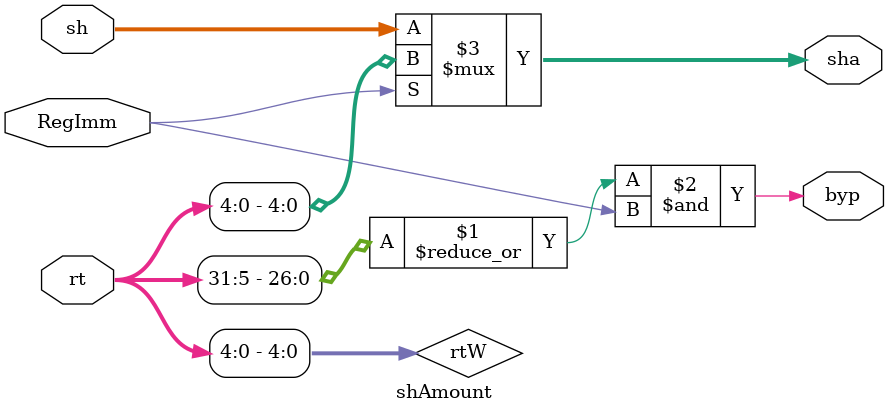
<source format=v>
`timescale 1ns / 1ps
module shAmount
(
		input[31:0] rt,
		input[4:0] sh,
		input RegImm,
		output[4:0] sha,
		output byp
);

assign byp = (|(rt[31:5]))&RegImm;
wire[4:0] rtW;
assign rtW=rt[4:0];
assign sha=(RegImm)?rtW:sh;

endmodule

</source>
